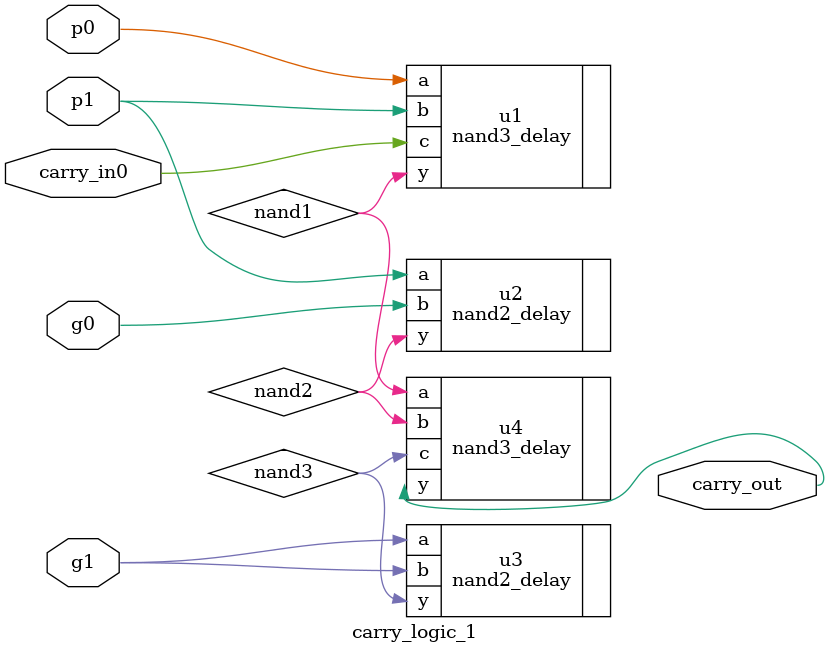
<source format=sv>
  
module carry_logic_1 (
    input logic p0,
    input logic g0,
	input logic p1,
    input logic g1,
    input logic carry_in0,
    output logic carry_out
);

    logic nand1;  
    logic nand2;  
	logic nand3;  


    nand3_delay u1 (
        .a(p0), 
        .b(p1), 
        .c(carry_in0),
        .y(nand1)
    ); 

    nand2_delay u2 (
        .a(p1), 
        .b(g0), 
        .y(nand2)
    ); 

    nand2_delay u3 (
        .a(g1), 
        .b(g1), 
        .y(nand3)
    ); 

    nand3_delay u4 (
        .a(nand1), 
        .b(nand2), 
        .c(nand3),
        .y(carry_out)
    ); 

endmodule
</source>
